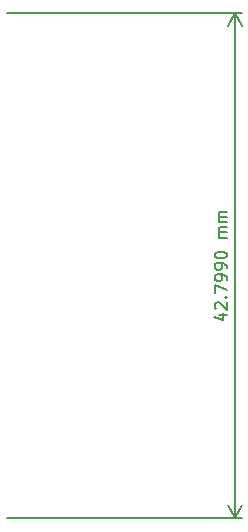
<source format=gbr>
%TF.GenerationSoftware,KiCad,Pcbnew,6.0.2+dfsg-1*%
%TF.CreationDate,2022-04-07T05:00:03+00:00*%
%TF.ProjectId,guante metaversal,6775616e-7465-4206-9d65-746176657273,rev?*%
%TF.SameCoordinates,Original*%
%TF.FileFunction,OtherDrawing,Comment*%
%FSLAX46Y46*%
G04 Gerber Fmt 4.6, Leading zero omitted, Abs format (unit mm)*
G04 Created by KiCad (PCBNEW 6.0.2+dfsg-1) date 2022-04-07 05:00:03*
%MOMM*%
%LPD*%
G01*
G04 APERTURE LIST*
%ADD10C,0.150000*%
G04 APERTURE END LIST*
D10*
X201073714Y-119014357D02*
X201740380Y-119014357D01*
X200692761Y-119252452D02*
X201407047Y-119490547D01*
X201407047Y-118871500D01*
X200835619Y-118538166D02*
X200788000Y-118490547D01*
X200740380Y-118395309D01*
X200740380Y-118157214D01*
X200788000Y-118061976D01*
X200835619Y-118014357D01*
X200930857Y-117966738D01*
X201026095Y-117966738D01*
X201168952Y-118014357D01*
X201740380Y-118585785D01*
X201740380Y-117966738D01*
X201645142Y-117538166D02*
X201692761Y-117490547D01*
X201740380Y-117538166D01*
X201692761Y-117585785D01*
X201645142Y-117538166D01*
X201740380Y-117538166D01*
X200740380Y-117157214D02*
X200740380Y-116490547D01*
X201740380Y-116919119D01*
X201740380Y-116061976D02*
X201740380Y-115871500D01*
X201692761Y-115776261D01*
X201645142Y-115728642D01*
X201502285Y-115633404D01*
X201311809Y-115585785D01*
X200930857Y-115585785D01*
X200835619Y-115633404D01*
X200788000Y-115681023D01*
X200740380Y-115776261D01*
X200740380Y-115966738D01*
X200788000Y-116061976D01*
X200835619Y-116109595D01*
X200930857Y-116157214D01*
X201168952Y-116157214D01*
X201264190Y-116109595D01*
X201311809Y-116061976D01*
X201359428Y-115966738D01*
X201359428Y-115776261D01*
X201311809Y-115681023D01*
X201264190Y-115633404D01*
X201168952Y-115585785D01*
X201740380Y-115109595D02*
X201740380Y-114919119D01*
X201692761Y-114823880D01*
X201645142Y-114776261D01*
X201502285Y-114681023D01*
X201311809Y-114633404D01*
X200930857Y-114633404D01*
X200835619Y-114681023D01*
X200788000Y-114728642D01*
X200740380Y-114823880D01*
X200740380Y-115014357D01*
X200788000Y-115109595D01*
X200835619Y-115157214D01*
X200930857Y-115204833D01*
X201168952Y-115204833D01*
X201264190Y-115157214D01*
X201311809Y-115109595D01*
X201359428Y-115014357D01*
X201359428Y-114823880D01*
X201311809Y-114728642D01*
X201264190Y-114681023D01*
X201168952Y-114633404D01*
X200740380Y-114014357D02*
X200740380Y-113919119D01*
X200788000Y-113823880D01*
X200835619Y-113776261D01*
X200930857Y-113728642D01*
X201121333Y-113681023D01*
X201359428Y-113681023D01*
X201549904Y-113728642D01*
X201645142Y-113776261D01*
X201692761Y-113823880D01*
X201740380Y-113919119D01*
X201740380Y-114014357D01*
X201692761Y-114109595D01*
X201645142Y-114157214D01*
X201549904Y-114204833D01*
X201359428Y-114252452D01*
X201121333Y-114252452D01*
X200930857Y-114204833D01*
X200835619Y-114157214D01*
X200788000Y-114109595D01*
X200740380Y-114014357D01*
X201740380Y-112490547D02*
X201073714Y-112490547D01*
X201168952Y-112490547D02*
X201121333Y-112442928D01*
X201073714Y-112347690D01*
X201073714Y-112204833D01*
X201121333Y-112109595D01*
X201216571Y-112061976D01*
X201740380Y-112061976D01*
X201216571Y-112061976D02*
X201121333Y-112014357D01*
X201073714Y-111919119D01*
X201073714Y-111776261D01*
X201121333Y-111681023D01*
X201216571Y-111633404D01*
X201740380Y-111633404D01*
X201740380Y-111157214D02*
X201073714Y-111157214D01*
X201168952Y-111157214D02*
X201121333Y-111109595D01*
X201073714Y-111014357D01*
X201073714Y-110871500D01*
X201121333Y-110776261D01*
X201216571Y-110728642D01*
X201740380Y-110728642D01*
X201216571Y-110728642D02*
X201121333Y-110681023D01*
X201073714Y-110585785D01*
X201073714Y-110442928D01*
X201121333Y-110347690D01*
X201216571Y-110300071D01*
X201740380Y-110300071D01*
X183134000Y-136271000D02*
X203024420Y-136271000D01*
X183134000Y-93472000D02*
X203024420Y-93472000D01*
X202438000Y-136271000D02*
X202438000Y-93472000D01*
X202438000Y-136271000D02*
X202438000Y-93472000D01*
X202438000Y-136271000D02*
X203024421Y-135144496D01*
X202438000Y-136271000D02*
X201851579Y-135144496D01*
X202438000Y-93472000D02*
X201851579Y-94598504D01*
X202438000Y-93472000D02*
X203024421Y-94598504D01*
M02*

</source>
